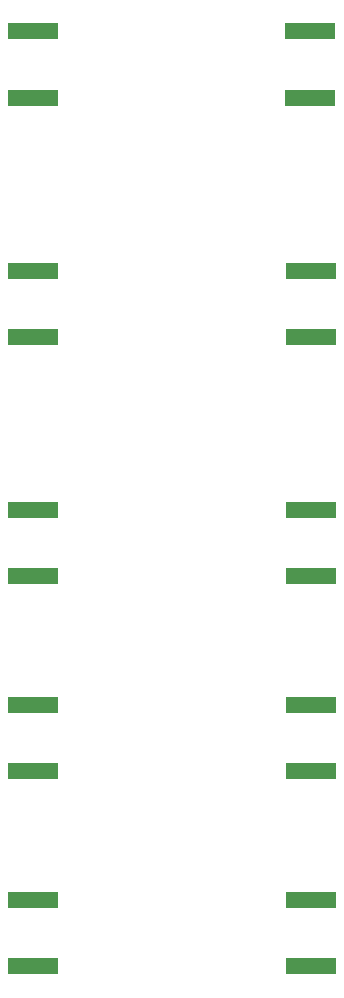
<source format=gbr>
G04 #@! TF.GenerationSoftware,KiCad,Pcbnew,(5.1.5)-3*
G04 #@! TF.CreationDate,2020-11-12T14:52:36+01:00*
G04 #@! TF.ProjectId,50 to 50 Attenuators,35302074-6f20-4353-9020-417474656e75,rev?*
G04 #@! TF.SameCoordinates,Original*
G04 #@! TF.FileFunction,Paste,Bot*
G04 #@! TF.FilePolarity,Positive*
%FSLAX46Y46*%
G04 Gerber Fmt 4.6, Leading zero omitted, Abs format (unit mm)*
G04 Created by KiCad (PCBNEW (5.1.5)-3) date 2020-11-12 14:52:36*
%MOMM*%
%LPD*%
G04 APERTURE LIST*
%ADD10R,4.200000X1.350000*%
G04 APERTURE END LIST*
D10*
X38000000Y-41325000D03*
X38000000Y-35675000D03*
X61475000Y-35675000D03*
X61475000Y-41325000D03*
X38000000Y-55925000D03*
X38000000Y-61575000D03*
X61550000Y-61575000D03*
X61550000Y-55925000D03*
X38000000Y-76175000D03*
X38000000Y-81825000D03*
X61500000Y-76175000D03*
X61500000Y-81825000D03*
X38000000Y-92675000D03*
X38000000Y-98325000D03*
X61500000Y-92675000D03*
X61500000Y-98325000D03*
X38000000Y-114825000D03*
X38000000Y-109175000D03*
X61500000Y-114825000D03*
X61500000Y-109175000D03*
M02*

</source>
